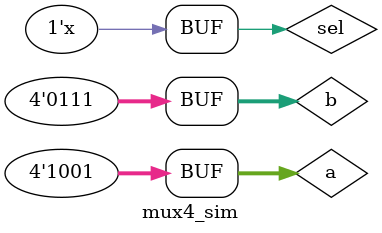
<source format=v>
`timescale 1 ps/ 1 ps
module mux4_sim();
// constants                                           
// general purpose registers
  reg [3:0] a;
  reg [3:0] b;
  reg sel;
// wires                                               
  wire [3:0] y;
//
// assign statements (if any)                          
mux4 u1 (
// port map - connection between master ports and signals/registers   
  .sel(sel),
  .a(a),
  .b(b),
  .y(y)
);
//
parameter CYCLE=100000;

initial
begin
  sel = 1'b0;
end
always # (CYCLE/2)
  sel <= ~sel; 

initial
begin
  a = 4'b1001;
end

initial
begin
  b = 4'b0111;	
end

endmodule

</source>
